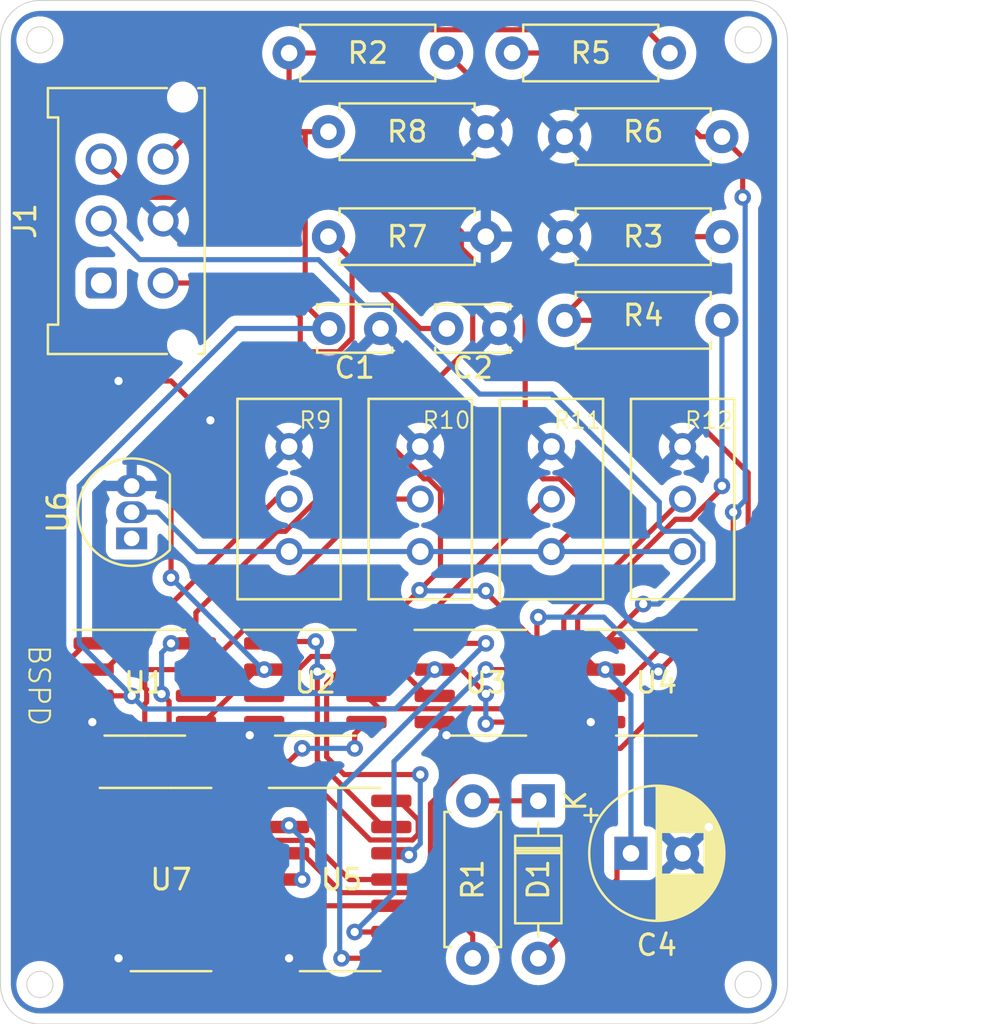
<source format=kicad_pcb>
(kicad_pcb (version 20221018) (generator pcbnew)
  (layers (0 "F.Cu" signal) (31 "B.Cu" signal) (34 "B.Paste" user) (35 "F.Paste" user) (36 "B.SilkS" user "B.Silkscreen") (37 "F.SilkS" user "F.Silkscreen") (38 "B.Mask" user) (39 "F.Mask" user) (44 "Edge.Cuts" user))
  (net 0 "")
  (net 1 "fault")
  (net 2 "Net-(D1-K)")
  (net 3 "12V")
  (net 4 "5V")
  (net 5 "GND")
  (net 6 "Net-(D1-A)")
  (net 7 "Net-(U4A-+)")
  (net 8 "brake")
  (net 9 "current")
  (net 10 "high_current")
  (net 11 "hard_brake")
  (net 12 "brake_short_ground")
  (net 13 "0.5V")
  (net 14 "4.5V")
  (net 15 "brake_short_power")
  (net 16 "current_short_ground")
  (net 17 "current_short_power")
  (net 18 "BSPD_signal")
  (net 19 "fault_1")
  (net 20 "Net-(U5-1B)")
  (net 21 "Net-(U5-2A)")
  (net 22 "Net-(U5-2B)")
  (net 23 "Net-(U7-1Y)")
  (net 31 "Net-(U1A--)")
  (net 32 "Net-(U1B--)")
  (footprint "Capacitor_THT:C_Disc_D3.4mm_W2.1mm_P2.50mm" (layer "F.Cu") (at 160.675 71.12)
    (fp_text reference "C1" (at 1.25 1.905) (layer "F.SilkS"))
    (fp_text value "0.1u")
    (pad "1" thru_hole circle (at 0 0) (size 1.6 1.6) (drill 0.8) (layers "*.Cu" "*.Mask") (net 9 "current"))
    (pad "2" thru_hole circle (at 2.5 0) (size 1.6 1.6) (drill 0.8) (layers "*.Cu" "*.Mask") (net 5 "GND"))
  )
  (footprint "Resistor_THT:R_Axial_DIN0207_L6.3mm_D2.5mm_P7.62mm_Horizontal" (layer "F.Cu") (at 169.545 57.785)
    (fp_text reference "R5" (at 3.81 0) (layer "F.SilkS"))
    (fp_text value "47k")
    (pad "1" thru_hole circle (at 0 0) (size 1.6 1.6) (drill 0.8) (layers "*.Cu" "*.Mask") (net 7 "Net-(U4A-+)"))
    (pad "2" thru_hole oval (at 7.62 0) (size 1.6 1.6) (drill 0.8) (layers "*.Cu" "*.Mask") (net 3 "12V"))
  )
  (footprint "Connector_Molex:Molex_Micro-Fit_3.0_43045-0612_2x03_P3.00mm_Vertical" (layer "F.Cu") (at 149.6538 68.9186 90)
    (fp_text reference "J1" (at 3 -3.67 90) (layer "F.SilkS"))
    (fp_text value "043045-0612")
    (pad "" np_thru_hole circle (at -3 3.94 90) (size 1 1) (drill 1) (layers "*.Cu" "*.Mask"))
    (pad "" np_thru_hole circle (at 9 3.94 90) (size 1 1) (drill 1) (layers "*.Cu" "*.Mask"))
    (pad "1" thru_hole roundrect (at 0 0 90) (size 1.5 1.5) (drill 1) (layers "*.Cu" "*.Mask") (roundrect_rratio 0.166667))
    (pad "2" thru_hole circle (at 3 0 90) (size 1.5 1.5) (drill 1) (layers "*.Cu" "*.Mask") (net 18 "BSPD_signal"))
    (pad "3" thru_hole circle (at 6 0 90) (size 1.5 1.5) (drill 1) (layers "*.Cu" "*.Mask") (net 9 "current"))
    (pad "4" thru_hole circle (at 0 3 90) (size 1.5 1.5) (drill 1) (layers "*.Cu" "*.Mask") (net 8 "brake"))
    (pad "5" thru_hole circle (at 3 3 90) (size 1.5 1.5) (drill 1) (layers "*.Cu" "*.Mask") (net 5 "GND"))
    (pad "6" thru_hole circle (at 6 3 90) (size 1.5 1.5) (drill 1) (layers "*.Cu" "*.Mask") (net 3 "12V"))
  )
  (footprint "Resistor_THT:R_Axial_DIN0207_L6.3mm_D2.5mm_P7.62mm_Horizontal" (layer "F.Cu") (at 158.75 57.785)
    (fp_text reference "R2" (at 3.81 0) (layer "F.SilkS"))
    (fp_text value "2.7k")
    (pad "1" thru_hole circle (at 0 0) (size 1.6 1.6) (drill 0.8) (layers "*.Cu" "*.Mask") (net 3 "12V"))
    (pad "2" thru_hole oval (at 7.62 0) (size 1.6 1.6) (drill 0.8) (layers "*.Cu" "*.Mask") (net 4 "5V"))
  )
  (footprint "Package_SO:SOIC-8_3.9x4.9mm_P1.27mm" (layer "F.Cu") (at 176.53 88.265)
    (fp_text reference "U4" (at 0 0) (layer "F.SilkS"))
    (fp_text value "LM358")
    (pad "1" smd roundrect (at -2.475 -1.905) (size 1.95 0.6) (layers "F.Cu" "F.Paste" "F.Mask") (net 18 "BSPD_signal"))
    (pad "2" smd roundrect (at -2.475 -0.635) (size 1.95 0.6) (layers "F.Cu" "F.Paste" "F.Mask") (net 6 "Net-(D1-A)"))
    (pad "3" smd roundrect (at -2.475 0.635) (size 1.95 0.6) (layers "F.Cu" "F.Paste" "F.Mask") (net 7 "Net-(U4A-+)"))
    (pad "4" smd roundrect (at -2.475 1.905) (size 1.95 0.6) (layers "F.Cu" "F.Paste" "F.Mask") (net 5 "GND"))
    (pad "5" smd roundrect (at 2.475 1.905) (size 1.95 0.6) (layers "F.Cu" "F.Paste" "F.Mask"))
    (pad "6" smd roundrect (at 2.475 0.635) (size 1.95 0.6) (layers "F.Cu" "F.Paste" "F.Mask"))
    (pad "7" smd roundrect (at 2.475 -0.635) (size 1.95 0.6) (layers "F.Cu" "F.Paste" "F.Mask"))
    (pad "8" smd roundrect (at 2.475 -1.905) (size 1.95 0.6) (layers "F.Cu" "F.Paste" "F.Mask") (net 3 "12V"))
  )
  (footprint "Capacitor_THT:C_Disc_D3.4mm_W2.1mm_P2.50mm" (layer "F.Cu") (at 166.39 71.12)
    (fp_text reference "C2" (at 1.25 1.905) (layer "F.SilkS"))
    (fp_text value "0.1u")
    (pad "1" thru_hole circle (at 0 0) (size 1.6 1.6) (drill 0.8) (layers "*.Cu" "*.Mask") (net 8 "brake"))
    (pad "2" thru_hole circle (at 2.5 0) (size 1.6 1.6) (drill 0.8) (layers "*.Cu" "*.Mask") (net 5 "GND"))
  )
  (footprint "Potentiometer_THT:Potentiometer_Vishay_T93YA103KT20" (layer "F.Cu") (at 165.1 79.375)
    (fp_text reference "R10" (at 1.27 -3.81 180) (layer "F.SilkS") (effects (font (size 0.8 0.8) (thickness 0.1))))
    (fp_text value "T93YA103KT20")
    (pad "A" thru_hole circle (at 0 -2.54) (size 1.308 1.308) (drill 0.8) (layers "*.Cu" "*.Mask") (net 5 "GND"))
    (pad "B" thru_hole circle (at 0 0) (size 1.308 1.308) (drill 0.8) (layers "*.Cu" "*.Mask") (net 32 "Net-(U1B--)"))
    (pad "C" thru_hole circle (at 0 2.54) (size 1.308 1.308) (drill 0.8) (layers "*.Cu" "*.Mask") (net 4 "5V"))
  )
  (footprint "Resistor_THT:R_Axial_DIN0207_L6.3mm_D2.5mm_P7.62mm_Horizontal" (layer "F.Cu") (at 167.64 101.6 90)
    (fp_text reference "R1" (at 3.81 0 90) (layer "F.SilkS"))
    (fp_text value "1k")
    (pad "1" thru_hole circle (at 0 0 90) (size 1.6 1.6) (drill 0.8) (layers "*.Cu" "*.Mask") (net 1 "fault"))
    (pad "2" thru_hole oval (at 7.62 0 90) (size 1.6 1.6) (drill 0.8) (layers "*.Cu" "*.Mask") (net 2 "Net-(D1-K)"))
  )
  (footprint "Package_SO:SOIC-8_3.9x4.9mm_P1.27mm" (layer "F.Cu") (at 160.02 88.265)
    (fp_text reference "U2" (at 0 0) (layer "F.SilkS"))
    (fp_text value "LM358")
    (pad "1" smd roundrect (at -2.475 -1.905) (size 1.95 0.6) (layers "F.Cu" "F.Paste" "F.Mask") (net 12 "brake_short_ground"))
    (pad "2" smd roundrect (at -2.475 -0.635) (size 1.95 0.6) (layers "F.Cu" "F.Paste" "F.Mask") (net 8 "brake"))
    (pad "3" smd roundrect (at -2.475 0.635) (size 1.95 0.6) (layers "F.Cu" "F.Paste" "F.Mask") (net 13 "0.5V"))
    (pad "4" smd roundrect (at -2.475 1.905) (size 1.95 0.6) (layers "F.Cu" "F.Paste" "F.Mask") (net 5 "GND"))
    (pad "5" smd roundrect (at 2.475 1.905) (size 1.95 0.6) (layers "F.Cu" "F.Paste" "F.Mask") (net 8 "brake"))
    (pad "6" smd roundrect (at 2.475 0.635) (size 1.95 0.6) (layers "F.Cu" "F.Paste" "F.Mask") (net 14 "4.5V"))
    (pad "7" smd roundrect (at 2.475 -0.635) (size 1.95 0.6) (layers "F.Cu" "F.Paste" "F.Mask") (net 15 "brake_short_power"))
    (pad "8" smd roundrect (at 2.475 -1.905) (size 1.95 0.6) (layers "F.Cu" "F.Paste" "F.Mask") (net 3 "12V"))
  )
  (footprint "Resistor_THT:R_Axial_DIN0207_L6.3mm_D2.5mm_P7.62mm_Horizontal" (layer "F.Cu") (at 160.655 66.675)
    (fp_text reference "R7" (at 3.81 0) (layer "F.SilkS"))
    (fp_text value "10k")
    (pad "1" thru_hole circle (at 0 0) (size 1.6 1.6) (drill 0.8) (layers "*.Cu" "*.Mask") (net 8 "brake"))
    (pad "2" thru_hole oval (at 7.62 0) (size 1.6 1.6) (drill 0.8) (layers "*.Cu" "*.Mask") (net 5 "GND"))
  )
  (footprint "Resistor_THT:R_Axial_DIN0207_L6.3mm_D2.5mm_P7.62mm_Horizontal" (layer "F.Cu") (at 168.275 61.595 180)
    (fp_text reference "R8" (at 3.81 0) (layer "F.SilkS"))
    (fp_text value "10k")
    (pad "1" thru_hole circle (at 0 0 180) (size 1.6 1.6) (drill 0.8) (layers "*.Cu" "*.Mask") (net 5 "GND"))
    (pad "2" thru_hole oval (at 7.62 0 180) (size 1.6 1.6) (drill 0.8) (layers "*.Cu" "*.Mask") (net 9 "current"))
  )
  (footprint "Resistor_THT:R_Axial_DIN0207_L6.3mm_D2.5mm_P7.62mm_Horizontal" (layer "F.Cu") (at 172.085 66.675)
    (fp_text reference "R3" (at 3.81 0) (layer "F.SilkS"))
    (fp_text value "5k")
    (pad "1" thru_hole circle (at 0 0) (size 1.6 1.6) (drill 0.8) (layers "*.Cu" "*.Mask") (net 5 "GND"))
    (pad "2" thru_hole oval (at 7.62 0) (size 1.6 1.6) (drill 0.8) (layers "*.Cu" "*.Mask") (net 1 "fault"))
  )
  (footprint "Diode_THT:D_DO-35_SOD27_P7.62mm_Horizontal" (layer "F.Cu") (at 170.815 93.98 -90)
    (fp_text reference "D1" (at 3.81 0 90) (layer "F.SilkS"))
    (fp_text value "1N4148")
    (fp_text user "K" (at 0 -1.8 90) (layer "F.SilkS"))
    (pad "1" thru_hole rect (at 0 0 270) (size 1.6 1.6) (drill 0.8) (layers "*.Cu" "*.Mask") (net 2 "Net-(D1-K)"))
    (pad "2" thru_hole oval (at 7.62 0 270) (size 1.6 1.6) (drill 0.8) (layers "*.Cu" "*.Mask") (net 6 "Net-(D1-A)"))
  )
  (footprint "Package_SO:SOIC-14_3.9x8.7mm_P1.27mm" (layer "F.Cu") (at 161.225 97.79)
    (fp_text reference "U5" (at 0.065 0) (layer "F.SilkS"))
    (fp_text value "HEF4071B (OR)")
    (pad "1" smd roundrect (at -2.475 -3.81) (size 1.95 0.6) (layers "F.Cu" "F.Paste" "F.Mask") (net 19 "fault_1"))
    (pad "2" smd roundrect (at -2.475 -2.54) (size 1.95 0.6) (layers "F.Cu" "F.Paste" "F.Mask") (net 20 "Net-(U5-1B)"))
    (pad "3" smd roundrect (at -2.475 -1.27) (size 1.95 0.6) (layers "F.Cu" "F.Paste" "F.Mask") (net 1 "fault"))
    (pad "4" smd roundrect (at -2.475 0) (size 1.95 0.6) (layers "F.Cu" "F.Paste" "F.Mask") (net 20 "Net-(U5-1B)"))
    (pad "5" smd roundrect (at -2.475 1.27) (size 1.95 0.6) (layers "F.Cu" "F.Paste" "F.Mask") (net 21 "Net-(U5-2A)"))
    (pad "6" smd roundrect (at -2.475 2.54) (size 1.95 0.6) (layers "F.Cu" "F.Paste" "F.Mask") (net 22 "Net-(U5-2B)"))
    (pad "7" smd roundrect (at -2.475 3.81) (size 1.95 0.6) (layers "F.Cu" "F.Paste" "F.Mask") (net 5 "GND"))
    (pad "8" smd roundrect (at 2.475 3.81) (size 1.95 0.6) (layers "F.Cu" "F.Paste" "F.Mask") (net 16 "current_short_ground"))
    (pad "9" smd roundrect (at 2.475 2.54) (size 1.95 0.6) (layers "F.Cu" "F.Paste" "F.Mask") (net 17 "current_short_power"))
    (pad "10" smd roundrect (at 2.475 1.27) (size 1.95 0.6) (layers "F.Cu" "F.Paste" "F.Mask") (net 21 "Net-(U5-2A)"))
    (pad "11" smd roundrect (at 2.475 0) (size 1.95 0.6) (layers "F.Cu" "F.Paste" "F.Mask") (net 22 "Net-(U5-2B)"))
    (pad "12" smd roundrect (at 2.475 -1.27) (size 1.95 0.6) (layers "F.Cu" "F.Paste" "F.Mask") (net 15 "brake_short_power"))
    (pad "13" smd roundrect (at 2.475 -2.54) (size 1.95 0.6) (layers "F.Cu" "F.Paste" "F.Mask") (net 12 "brake_short_ground"))
    (pad "14" smd roundrect (at 2.475 -3.81) (size 1.95 0.6) (layers "F.Cu" "F.Paste" "F.Mask") (net 3 "12V"))
  )
  (footprint "Potentiometer_THT:Potentiometer_Vishay_T93YA103KT20" (layer "F.Cu") (at 177.8 79.375)
    (fp_text reference "R12" (at 1.27 -3.81 180) (layer "F.SilkS") (effects (font (size 0.8 0.8) (thickness 0.1))))
    (fp_text value "T93YA103KT20")
    (pad "A" thru_hole circle (at 0 -2.54) (size 1.308 1.308) (drill 0.8) (layers "*.Cu" "*.Mask") (net 5 "GND"))
    (pad "B" thru_hole circle (at 0 0) (size 1.308 1.308) (drill 0.8) (layers "*.Cu" "*.Mask") (net 14 "4.5V"))
    (pad "C" thru_hole circle (at 0 2.54) (size 1.308 1.308) (drill 0.8) (layers "*.Cu" "*.Mask") (net 4 "5V"))
  )
  (footprint "Package_TO_SOT_THT:TO-92_Inline" (layer "F.Cu") (at 151.13 81.28 90)
    (fp_text reference "U6" (at 1.27 -3.56 90) (layer "F.SilkS"))
    (fp_text value "LM4040LP-5")
    (pad "1" thru_hole rect (at 0 0 90) (size 1.05 1.5) (drill 0.75) (layers "*.Cu" "*.Mask"))
    (pad "2" thru_hole oval (at 1.27 0 90) (size 1.05 1.5) (drill 0.75) (layers "*.Cu" "*.Mask") (net 4 "5V"))
    (pad "3" thru_hole oval (at 2.54 0 90) (size 1.05 1.5) (drill 0.75) (layers "*.Cu" "*.Mask") (net 5 "GND"))
  )
  (footprint "Package_SO:SOIC-8_3.9x4.9mm_P1.27mm" (layer "F.Cu") (at 168.275 88.265)
    (fp_text reference "U3" (at 0 0) (layer "F.SilkS"))
    (fp_text value "LM358")
    (pad "1" smd roundrect (at -2.475 -1.905) (size 1.95 0.6) (layers "F.Cu" "F.Paste" "F.Mask") (net 16 "current_short_ground"))
    (pad "2" smd roundrect (at -2.475 -0.635) (size 1.95 0.6) (layers "F.Cu" "F.Paste" "F.Mask") (net 9 "current"))
    (pad "3" smd roundrect (at -2.475 0.635) (size 1.95 0.6) (layers "F.Cu" "F.Paste" "F.Mask") (net 13 "0.5V"))
    (pad "4" smd roundrect (at -2.475 1.905) (size 1.95 0.6) (layers "F.Cu" "F.Paste" "F.Mask") (net 5 "GND"))
    (pad "5" smd roundrect (at 2.475 1.905) (size 1.95 0.6) (layers "F.Cu" "F.Paste" "F.Mask") (net 9 "current"))
    (pad "6" smd roundrect (at 2.475 0.635) (size 1.95 0.6) (layers "F.Cu" "F.Paste" "F.Mask") (net 14 "4.5V"))
    (pad "7" smd roundrect (at 2.475 -0.635) (size 1.95 0.6) (layers "F.Cu" "F.Paste" "F.Mask") (net 17 "current_short_power"))
    (pad "8" smd roundrect (at 2.475 -1.905) (size 1.95 0.6) (layers "F.Cu" "F.Paste" "F.Mask") (net 3 "12V"))
  )
  (footprint "Package_SO:SOIC-14_3.9x8.7mm_P1.27mm" (layer "F.Cu") (at 153.035 97.79)
    (fp_text reference "U7" (at 0 0) (layer "F.SilkS"))
    (fp_text value "HEF4011B (NAND)")
    (pad "1" smd roundrect (at -2.475 -3.81) (size 1.95 0.6) (layers "F.Cu" "F.Paste" "F.Mask") (net 10 "high_current"))
    (pad "2" smd roundrect (at -2.475 -2.54) (size 1.95 0.6) (layers "F.Cu" "F.Paste" "F.Mask") (net 11 "hard_brake"))
    (pad "3" smd roundrect (at -2.475 -1.27) (size 1.95 0.6) (layers "F.Cu" "F.Paste" "F.Mask") (net 23 "Net-(U7-1Y)"))
    (pad "4" smd roundrect (at -2.475 0) (size 1.95 0.6) (layers "F.Cu" "F.Paste" "F.Mask") (net 19 "fault_1"))
    (pad "5" smd roundrect (at -2.475 1.27) (size 1.95 0.6) (layers "F.Cu" "F.Paste" "F.Mask") (net 23 "Net-(U7-1Y)"))
    (pad "6" smd roundrect (at -2.475 2.54) (size 1.95 0.6) (layers "F.Cu" "F.Paste" "F.Mask") (net 3 "12V"))
    (pad "7" smd roundrect (at -2.475 3.81) (size 1.95 0.6) (layers "F.Cu" "F.Paste" "F.Mask") (net 5 "GND"))
    (pad "8" smd roundrect (at 2.475 3.81) (size 1.95 0.6) (layers "F.Cu" "F.Paste" "F.Mask"))
    (pad "9" smd roundrect (at 2.475 2.54) (size 1.95 0.6) (layers "F.Cu" "F.Paste" "F.Mask"))
    (pad "10" smd roundrect (at 2.475 1.27) (size 1.95 0.6) (layers "F.Cu" "F.Paste" "F.Mask"))
    (pad "11" smd roundrect (at 2.475 0) (size 1.95 0.6) (layers "F.Cu" "F.Paste" "F.Mask"))
    (pad "12" smd roundrect (at 2.475 -1.27) (size 1.95 0.6) (layers "F.Cu" "F.Paste" "F.Mask"))
    (pad "13" smd roundrect (at 2.475 -2.54) (size 1.95 0.6) (layers "F.Cu" "F.Paste" "F.Mask"))
    (pad "14" smd roundrect (at 2.475 -3.81) (size 1.95 0.6) (layers "F.Cu" "F.Paste" "F.Mask") (net 3 "12V"))
  )
  (footprint "Potentiometer_THT:Potentiometer_Vishay_T93YA103KT20" (layer "F.Cu") (at 171.45 79.375)
    (fp_text reference "R11" (at 1.27 -3.81 180) (layer "F.SilkS") (effects (font (size 0.8 0.8) (thickness 0.1))))
    (fp_text value "T93YA103KT20")
    (pad "A" thru_hole circle (at 0 -2.54) (size 1.308 1.308) (drill 0.8) (layers "*.Cu" "*.Mask") (net 5 "GND"))
    (pad "B" thru_hole circle (at 0 0) (size 1.308 1.308) (drill 0.8) (layers "*.Cu" "*.Mask") (net 13 "0.5V"))
    (pad "C" thru_hole circle (at 0 2.54) (size 1.308 1.308) (drill 0.8) (layers "*.Cu" "*.Mask") (net 4 "5V"))
  )
  (footprint "Potentiometer_THT:Potentiometer_Vishay_T93YA103KT20" (layer "F.Cu") (at 158.75 79.375)
    (fp_text reference "R9" (at 1.27 -3.81 180) (layer "F.SilkS") (effects (font (size 0.8 0.8) (thickness 0.1))))
    (fp_text value "T93YA103KT20")
    (pad "A" thru_hole circle (at 0 -2.54) (size 1.308 1.308) (drill 0.8) (layers "*.Cu" "*.Mask") (net 5 "GND"))
    (pad "B" thru_hole circle (at 0 0) (size 1.308 1.308) (drill 0.8) (layers "*.Cu" "*.Mask") (net 31 "Net-(U1A--)"))
    (pad "C" thru_hole circle (at 0 2.54) (size 1.308 1.308) (drill 0.8) (layers "*.Cu" "*.Mask") (net 4 "5V"))
  )
  (footprint "Resistor_THT:R_Axial_DIN0207_L6.3mm_D2.5mm_P7.62mm_Horizontal" (layer "F.Cu") (at 172.085 61.835)
    (fp_text reference "R6" (at 3.81 -0.24) (layer "F.SilkS"))
    (fp_text value "47k")
    (pad "1" thru_hole circle (at 0 0) (size 1.6 1.6) (drill 0.8) (layers "*.Cu" "*.Mask") (net 5 "GND"))
    (pad "2" thru_hole oval (at 7.62 0) (size 1.6 1.6) (drill 0.8) (layers "*.Cu" "*.Mask") (net 7 "Net-(U4A-+)"))
  )
  (footprint "Package_SO:SOIC-8_3.9x4.9mm_P1.27mm" (layer "F.Cu") (at 151.765 88.265)
    (fp_text reference "U1" (at 0 0) (layer "F.SilkS"))
    (fp_text value "LM358")
    (pad "1" smd roundrect (at -2.475 -1.905) (size 1.95 0.6) (layers "F.Cu" "F.Paste" "F.Mask") (net 10 "high_current"))
    (pad "2" smd roundrect (at -2.475 -0.635) (size 1.95 0.6) (layers "F.Cu" "F.Paste" "F.Mask") (net 31 "Net-(U1A--)"))
    (pad "3" smd roundrect (at -2.475 0.635) (size 1.95 0.6) (layers "F.Cu" "F.Paste" "F.Mask") (net 9 "current"))
    (pad "4" smd roundrect (at -2.475 1.905) (size 1.95 0.6) (layers "F.Cu" "F.Paste" "F.Mask") (net 5 "GND"))
    (pad "5" smd roundrect (at 2.475 1.905) (size 1.95 0.6) (layers "F.Cu" "F.Paste" "F.Mask") (net 8 "brake"))
    (pad "6" smd roundrect (at 2.475 0.635) (size 1.95 0.6) (layers "F.Cu" "F.Paste" "F.Mask") (net 32 "Net-(U1B--)"))
    (pad "7" smd roundrect (at 2.475 -0.635) (size 1.95 0.6) (layers "F.Cu" "F.Paste" "F.Mask") (net 11 "hard_brake"))
    (pad "8" smd roundrect (at 2.475 -1.905) (size 1.95 0.6) (layers "F.Cu" "F.Paste" "F.Mask") (net 3 "12V"))
  )
  (footprint "Capacitor_THT:CP_Radial_D6.3mm_P2.50mm" (layer "F.Cu") (at 175.3 96.52)
    (fp_text reference "C4" (at 1.25 4.445) (layer "F.SilkS"))
    (fp_text value "12u")
    (pad "1" thru_hole rect (at 0 0) (size 1.6 1.6) (drill 0.8) (layers "*.Cu" "*.Mask") (net 6 "Net-(D1-A)"))
    (pad "2" thru_hole circle (at 2.5 0) (size 1.6 1.6) (drill 0.8) (layers "*.Cu" "*.Mask") (net 5 "GND"))
  )
  (footprint "Resistor_THT:R_Axial_DIN0207_L6.3mm_D2.5mm_P7.62mm_Horizontal" (layer "F.Cu") (at 172.085 70.725)
    (fp_text reference "R4" (at 3.81 -0.24) (layer "F.SilkS"))
    (fp_text value "50k")
    (pad "1" thru_hole circle (at 0 0) (size 1.6 1.6) (drill 0.8) (layers "*.Cu" "*.Mask") (net 1 "fault"))
    (pad "2" thru_hole oval (at 7.62 0) (size 1.6 1.6) (drill 0.8) (layers "*.Cu" "*.Mask") (net 6 "Net-(D1-A)"))
  )
  (gr_circle (center 146.685 57.15) (end 147.32 57.15) (stroke (width 0.05)) (fill none) (layer "Edge.Cuts"))
  (gr_arc (start 144.78 57.15) (mid 145.337962 55.802962) (end 146.685 55.245) (stroke (width 0.05)) (layer "Edge.Cuts"))
  (gr_line (start 182.88 102.87) (end 182.88 57.15) (stroke (width 0.05)) (layer "Edge.Cuts"))
  (gr_arc (start 182.88 102.87) (mid 182.322038 104.217038) (end 180.975 104.775) (stroke (width 0.05)) (layer "Edge.Cuts"))
  (gr_circle (center 180.975 57.15) (end 181.61 57.15) (stroke (width 0.05)) (fill none) (layer "Edge.Cuts"))
  (gr_arc (start 146.685 104.775) (mid 145.337962 104.217038) (end 144.78 102.87) (stroke (width 0.05)) (layer "Edge.Cuts"))
  (gr_circle (center 180.975 102.87) (end 181.61 102.87) (stroke (width 0.05)) (fill none) (layer "Edge.Cuts"))
  (gr_line (start 146.685 104.775) (end 180.975 104.775) (stroke (width 0.05)) (layer "Edge.Cuts"))
  (gr_line (start 144.78 57.15) (end 144.78 102.87) (stroke (width 0.05)) (layer "Edge.Cuts"))
  (gr_line (start 180.975 55.245) (end 146.685 55.245) (stroke (width 0.05)) (layer "Edge.Cuts"))
  (gr_arc (start 180.975 55.245) (mid 182.322038 55.802962) (end 182.88 57.15) (stroke (width 0.05)) (layer "Edge.Cuts"))
  (gr_circle (center 146.685 102.87) (end 147.32 102.87) (stroke (width 0.05)) (fill none) (layer "Edge.Cuts"))
  (gr_text "BSPD" (at 146.05 86.36 -90) (layer "F.SilkS") (effects (font (size 1 1) (thickness 0.1)) (justify left bottom)))
  (segment (start 165.59637 94.11863) (end 168.275 91.44) (width 0.25) (layer "F.Cu") (net 1))
  (segment (start 180.975 87.306751) (end 180.975 78.105) (width 0.25) (layer "F.Cu") (net 1))
  (segment (start 167.64 101.6) (end 167.64 100.46863) (width 0.25) (layer "F.Cu") (net 1))
  (segment (start 175.895 66.675) (end 179.705 66.675) (width 0.25) (layer "F.Cu") (net 1))
  (segment (start 180.975 78.105) (end 173.595 70.725) (width 0.25) (layer "F.Cu") (net 1))
  (segment (start 172.085 70.725) (end 172.085 70.485) (width 0.25) (layer "F.Cu") (net 1))
  (segment (start 159.385 96.52) (end 158.75 96.52) (width 0.25) (layer "F.Cu") (net 1))
  (segment (start 173.595 70.725) (end 172.085 70.725) (width 0.25) (layer "F.Cu") (net 1))
  (segment (start 174.798249 91.44) (end 177.983249 88.255) (width 0.25) (layer "F.Cu") (net 1))
  (segment (start 172.085 70.485) (end 175.895 66.675) (width 0.25) (layer "F.Cu") (net 1))
  (segment (start 167.64 100.46863) (end 165.59637 98.425) (width 0.25) (layer "F.Cu") (net 1))
  (segment (start 161.29 98.425) (end 159.385 96.52) (width 0.25) (layer "F.Cu") (net 1))
  (segment (start 165.59637 98.425) (end 161.29 98.425) (width 0.25) (layer "F.Cu") (net 1))
  (segment (start 177.983249 88.255) (end 180.026751 88.255) (width 0.25) (layer "F.Cu") (net 1))
  (segment (start 168.275 91.44) (end 174.798249 91.44) (width 0.25) (layer "F.Cu") (net 1))
  (segment (start 180.026751 88.255) (end 180.975 87.306751) (width 0.25) (layer "F.Cu") (net 1))
  (segment (start 165.59637 98.425) (end 165.59637 94.11863) (width 0.25) (layer "F.Cu") (net 1))
  (segment (start 167.64 93.98) (end 170.815 93.98) (width 0.25) (layer "F.Cu") (net 2))
  (segment (start 152.94 89.171) (end 152.94 92.615) (width 0.25) (layer "F.Cu") (net 3))
  (segment (start 165.505516 78.396) (end 165.276484 78.396) (width 0.25) (layer "F.Cu") (net 3))
  (segment (start 152.6538 62.9186) (end 154.3974 61.175) (width 0.25) (layer "F.Cu") (net 3))
  (segment (start 167.089505 66.438514) (end 163.83 63.179009) (width 0.25) (layer "F.Cu") (net 3))
  (segment (start 170.75 86.36) (end 170.75 85.155) (width 0.25) (layer "F.Cu") (net 3))
  (segment (start 167.089505 67.225495) (end 167.089505 66.438514) (width 0.25) (layer "F.Cu") (net 3))
  (segment (start 152.39 95.895) (end 154.305 93.98) (width 0.25) (layer "F.Cu") (net 3))
  (segment (start 164.076751 93.98) (end 163.7 93.98) (width 0.25) (layer "F.Cu") (net 3))
  (segment (start 158.573516 80.936) (end 163.252258 76.257258) (width 0.25) (layer "F.Cu") (net 3))
  (segment (start 163.83 56.66) (end 161.78 56.66) (width 0.25) (layer "F.Cu") (net 3))
  (segment (start 167.64 67.775991) (end 167.089505 67.225495) (width 0.25) (layer "F.Cu") (net 3))
  (segment (start 162.678249 95.875) (end 164.721751 95.875) (width 0.25) (layer "F.Cu") (net 3))
  (segment (start 168.275 83.885) (end 168.275 83.82) (width 0.25) (layer "F.Cu") (net 3))
  (segment (start 165 95.596751) (end 165 94.903249) (width 0.25) (layer "F.Cu") (net 3))
  (segment (start 176.628175 87.728175) (end 177.99635 86.36) (width 0.25) (layer "F.Cu") (net 3))
  (segment (start 160.158249 93.355) (end 162.678249 95.875) (width 0.25) (layer "F.Cu") (net 3))
  (segment (start 153.035 86.36) (end 154.24 86.36) (width 0.25) (layer "F.Cu") (net 3))
  (segment (start 152.5795 88.8105) (end 152.94 89.171) (width 0.25) (layer "F.Cu") (net 3))
  (segment (start 165.0675 83.7875) (end 166.079 82.776) (width 0.25) (layer "F.Cu") (net 3))
  (segment (start 170.75 85.155) (end 170.815 85.09) (width 0.25) (layer "F.Cu") (net 3))
  (segment (start 148.333249 95.895) (end 152.39 95.895) (width 0.25) (layer "F.Cu") (net 3))
  (segment (start 163.252258 76.257258) (end 167.64 71.869516) (width 0.25) (layer "F.Cu") (net 3))
  (segment (start 165.276484 78.396) (end 163.252258 76.371774) (width 0.25) (layer "F.Cu") (net 3))
  (segment (start 158.168 80.936) (end 158.573516 80.936) (width 0.25) (layer "F.Cu") (net 3))
  (segment (start 148.14 96.088249) (end 148.333249 95.895) (width 0.25) (layer "F.Cu") (net 3))
  (segment (start 154.24 84.864) (end 158.168 80.936) (width 0.25) (layer "F.Cu") (net 3))
  (segment (start 177.99635 86.36) (end 179.005 86.36) (width 0.25) (layer "F.Cu") (net 3))
  (segment (start 160.655 57.785) (end 161.78 56.66) (width 0.25) (layer "F.Cu") (net 3))
  (segment (start 158.75 60.365) (end 158.75 57.785) (width 0.25) (layer "F.Cu") (net 3))
  (segment (start 154.305 93.98) (end 154.93 93.355) (width 0.25) (layer "F.Cu") (net 3))
  (segment (start 158.75 57.785) (end 160.655 57.785) (width 0.25) (layer "F.Cu") (net 3))
  (segment (start 167.64 71.869516) (end 167.64 67.775991) (width 0.25) (layer "F.Cu") (net 3))
  (segment (start 152.94 92.615) (end 154.305 93.98) (width 0.25) (layer "F.Cu") (net 3))
  (segment (start 165 94.903249) (end 164.076751 93.98) (width 0.25) (layer "F.Cu") (net 3))
  (segment (start 166.079 82.776) (end 166.079 78.969484) (width 0.25) (layer "F.Cu") (net 3))
  (segment (start 154.93 93.355) (end 160.158249 93.355) (width 0.25) (layer "F.Cu") (net 3))
  (segment (start 154.24 86.36) (end 154.24 84.864) (width 0.25) (layer "F.Cu") (net 3))
  (segment (start 148.978249 100.33) (end 148.14 99.491751) (width 0.25) (layer "F.Cu") (net 3))
  (segment (start 163.83 63.179009) (end 163.83 56.66) (width 0.25) (layer "F.Cu") (net 3))
  (segment (start 170.75 86.36) (end 168.275 83.885) (width 0.25) (layer "F.Cu") (net 3))
  (segment (start 176.04 56.66) (end 163.83 56.66) (width 0.25) (layer "F.Cu") (net 3))
  (segment (start 162.495 86.36) (end 165.0675 83.7875) (width 0.25) (layer "F.Cu") (net 3))
  (segment (start 154.3974 61.175) (end 157.94 61.175) (width 0.25) (layer "F.Cu") (net 3))
  (segment (start 164.721751 95.875) (end 165 95.596751) (width 0.25) (layer "F.Cu") (net 3))
  (segment (start 177.165 57.785) (end 176.04 56.66) (width 0.25) (layer "F.Cu") (net 3))
  (segment (start 148.14 99.491751) (end 148.14 96.088249) (width 0.25) (layer "F.Cu") (net 3))
  (segment (start 157.94 61.175) (end 158.75 60.365) (width 0.25) (layer "F.Cu") (net 3))
  (segment (start 166.079 78.969484) (end 165.505516 78.396) (width 0.25) (layer "F.Cu") (net 3))
  (segment (start 150.56 100.33) (end 148.978249 100.33) (width 0.25) (layer "F.Cu") (net 3))
  (segment (start 163.252258 76.371774) (end 163.252258 76.257258) (width 0.25) (layer "F.Cu") (net 3))
  (via (at 176.628175 87.728175) (size 0.8) (drill 0.4) (layers "F.Cu" "B.Cu") (net 3))
  (via (at 152.5795 88.8105) (size 0.8) (drill 0.4) (layers "F.Cu" "B.Cu") (net 3))
  (via (at 170.815 85.09) (size 0.8) (drill 0.4) (layers "F.Cu" "B.Cu") (net 3))
  (via (at 168.275 83.82) (size 0.8) (drill 0.4) (layers "F.Cu" "B.Cu") (net 3))
  (via (at 153.035 86.36) (size 0.8) (drill 0.4) (layers "F.Cu" "B.Cu") (net 3))
  (via (at 165.0675 83.7875) (size 0.8) (drill 0.4) (layers "F.Cu" "B.Cu") (net 3))
  (segment (start 153.035 86.36) (end 152.5795 86.8155) (width 0.25) (layer "B.Cu") (net 3))
  (segment (start 152.5795 86.8155) (end 152.5795 88.8105) (width 0.25) (layer "B.Cu") (net 3))
  (segment (start 168.275 83.82) (end 165.1 83.82) (width 0.25) (layer "B.Cu") (net 3))
  (segment (start 173.99 85.09) (end 176.628175 87.728175) (width 0.25) (layer "B.Cu") (net 3))
  (segment (start 165.1 83.82) (end 165.0675 83.7875) (width 0.25) (layer "B.Cu") (net 3))
  (segment (start 170.815 85.09) (end 173.99 85.09) (width 0.25) (layer "B.Cu") (net 3))
  (segment (start 171.855516 78.396) (end 172.72 79.260484) (width 0.25) (layer "F.Cu") (net 4))
  (segment (start 170.18 61.595) (end 170.18 77.531516) (width 0.25) (layer "F.Cu") (net 4))
  (segment (start 171.044484 78.396) (end 171.855516 78.396) (width 0.25) (layer "F.Cu") (net 4))
  (segment (start 170.18 77.531516) (end 171.044484 78.396) (width 0.25) (layer "F.Cu") (net 4))
  (segment (start 166.37 57.785) (end 170.18 61.595) (width 0.25) (layer "F.Cu") (net 4))
  (segment (start 172.72 80.645) (end 171.45 81.915) (width 0.25) (layer "F.Cu") (net 4))
  (segment (start 172.72 79.260484) (end 172.72 80.645) (width 0.25) (layer "F.Cu") (net 4))
  (segment (start 151.13 80.01) (end 152.4 80.01) (width 0.25) (layer "B.Cu") (net 4))
  (segment (start 158.75 81.915) (end 154.305 81.915) (width 0.25) (layer "B.Cu") (net 4))
  (segment (start 165.1 81.915) (end 171.45 81.915) (width 0.25) (layer "B.Cu") (net 4))
  (segment (start 171.45 81.915) (end 177.8 81.915) (width 0.25) (layer "B.Cu") (net 4))
  (segment (start 152.4 80.01) (end 154.305 81.915) (width 0.25) (layer "B.Cu") (net 4))
  (segment (start 158.75 81.915) (end 165.1 81.915) (width 0.25) (layer "B.Cu") (net 4))
  (segment (start 179.07 95.25) (end 177.8 96.52) (width 0.25) (layer "F.Cu") (net 5))
  (segment (start 150.495 73.66) (end 153.035 73.66) (width 0.25) (layer "F.Cu") (net 5))
  (segment (start 156.91 90.805) (end 157.545 90.17) (width 0.25) (layer "F.Cu") (net 5))
  (segment (start 166.37 90.74) (end 165.8 90.17) (width 0.25) (layer "F.Cu") (net 5))
  (segment (start 156.845 90.805) (end 156.91 90.805) (width 0.25) (layer "F.Cu") (net 5))
  (segment (start 166.37 90.805) (end 166.37 90.74) (width 0.25) (layer "F.Cu") (net 5))
  (segment (start 153.035 73.66) (end 154.94 75.565) (width 0.25) (layer "F.Cu") (net 5))
  (via (at 150.495 73.66) (size 0.8) (drill 0.4) (layers "F.Cu" "B.Cu") (net 5))
  (via (at 150.495 101.6) (size 0.8) (drill 0.4) (layers "F.Cu" "B.Cu") (net 5))
  (via (at 179.07 95.25) (size 0.8) (drill 0.4) (layers "F.Cu" "B.Cu") (net 5))
  (via (at 149.225 90.17) (size 0.8) (drill 0.4) (layers "F.Cu" "B.Cu") (net 5))
  (via (at 154.94 75.565) (size 0.8) (drill 0.4) (layers "F.Cu" "B.Cu") (net 5))
  (via (at 173.355 90.17) (size 0.8) (drill 0.4) (layers "F.Cu" "B.Cu") (net 5))
  (via (at 156.845 90.805) (size 0.8) (drill 0.4) (layers "F.Cu" "B.Cu") (net 5))
  (via (at 166.37 90.805) (size 0.8) (drill 0.4) (layers "F.Cu" "B.Cu") (net 5))
  (via (at 158.75 101.6) (size 0.8) (drill 0.4) (layers "F.Cu" "B.Cu") (net 5))
  (segment (start 170.815 101.6) (end 174.625 97.79) (width 0.25) (layer "F.Cu") (net 6))
  (segment (start 174.625 97.79) (end 174.625 97.195) (width 0.25) (layer "F.Cu") (net 6))
  (segment (start 174.625 97.195) (end 175.3 96.52) (width 0.25) (layer "F.Cu") (net 6))
  (segment (start 172.72 86.671751) (end 173.678249 87.63) (width 0.25) (layer "F.Cu") (net 6))
  (segment (start 177.457396 80.354) (end 172.72 85.091396) (width 0.25) (layer "F.Cu") (net 6))
  (segment (start 179.705 78.854516) (end 178.205516 80.354) (width 0.25) (layer "F.Cu") (net 6))
  (segment (start 179.705 78.74) (end 179.705 78.854516) (width 0.25) (layer "F.Cu") (net 6))
  (segment (start 173.678249 87.63) (end 174.055 87.63) (width 0.25) (layer "F.Cu") (net 6))
  (segment (start 172.72 85.091396) (end 172.72 86.671751) (width 0.25) (layer "F.Cu") (net 6))
  (segment (start 178.205516 80.354) (end 177.457396 80.354) (width 0.25) (layer "F.Cu") (net 6))
  (via (at 174.055 87.63) (size 0.8) (drill 0.4) (layers "F.Cu" "B.Cu") (net 6))
  (via (at 179.705 78.74) (size 0.8) (drill 0.4) (layers "F.Cu" "B.Cu") (net 6))
  (segment (start 179.705 70.725) (end 179.705 78.74) (width 0.25) (layer "B.Cu") (net 6))
  (segment (start 175.3 88.875) (end 175.3 96.52) (width 0.25) (layer "B.Cu") (net 6))
  (segment (start 175.3 88.875) (end 174.055 87.63) (width 0.25) (layer "B.Cu") (net 6))
  (segment (start 179.705 61.835) (end 178.675 61.835) (width 0.25) (layer "F.Cu") (net 7))
  (segment (start 178.675 61.835) (end 174.625 57.785) (width 0.25) (layer "F.Cu") (net 7))
  (segment (start 180.7105 63.0795) (end 180.83 62.96) (width 0.25) (layer "F.Cu") (net 7))
  (segment (start 174.431751 88.9) (end 180.195 83.136751) (width 0.25) (layer "F.Cu") (net 7))
  (segment (start 180.195 83.136751) (end 180.2505 83.081251) (width 0.25) (layer "F.Cu") (net 7))
  (segment (start 180.83 62.96) (end 179.705 61.835) (width 0.25) (layer "F.Cu") (net 7))
  (segment (start 174.055 88.9) (end 174.431751 88.9) (width 0.25) (layer "F.Cu") (net 7))
  (segment (start 174.625 57.785) (end 169.545 57.785) (width 0.25) (layer "F.Cu") (net 7))
  (segment (start 180.7105 64.77) (end 180.7105 63.0795) (width 0.25) (layer "F.Cu") (net 7))
  (segment (start 180.2505 83.081251) (end 180.2505 80.01) (width 0.25) (layer "F.Cu") (net 7))
  (via (at 180.2505 80.01) (size 0.8) (drill 0.4) (layers "F.Cu" "B.Cu") (net 7))
  (via (at 180.7105 64.77) (size 0.8) (drill 0.4) (layers "F.Cu" "B.Cu") (net 7))
  (segment (start 180.83 79.4305) (end 180.83 64.8895) (width 0.25) (layer "B.Cu") (net 7))
  (segment (start 180.2505 80.01) (end 180.83 79.4305) (width 0.25) (layer "B.Cu") (net 7))
  (segment (start 180.83 64.8895) (end 180.7105 64.77) (width 0.25) (layer "B.Cu") (net 7))
  (segment (start 153.035 79.255) (end 159.29 73) (width 0.25) (layer "F.Cu") (net 8))
  (segment (start 165.1 71.12) (end 160.655 66.675) (width 0.25) (layer "F.Cu") (net 8))
  (segment (start 157.6436 68.9186) (end 159.29 70.565) (width 0.25) (layer "F.Cu") (net 8))
  (segment (start 161.8 71.585991) (end 161.140991 72.245) (width 0.25) (layer "F.Cu") (net 8))
  (segment (start 152.6538 68.9186) (end 157.6436 68.9186) (width 0.25) (layer "F.Cu") (net 8))
  (segment (start 154.24 90.17) (end 156.145 92.075) (width 0.25) (layer "F.Cu") (net 8))
  (segment (start 161.925 90.74) (end 162.495 90.17) (width 0.25) (layer "F.Cu") (net 8))
  (segment (start 161.140991 72.245) (end 159.29 72.245) (width 0.25) (layer "F.Cu") (net 8))
  (segment (start 161.925 91.44) (end 161.925 90.74) (width 0.25) (layer "F.Cu") (net 8))
  (segment (start 166.39 71.12) (end 165.1 71.12) (width 0.25) (layer "F.Cu") (net 8))
  (segment (start 161.8 67.82) (end 161.8 71.585991) (width 0.25) (layer "F.Cu") (net 8))
  (segment (start 153.035 83.185) (end 153.035 79.255) (width 0.25) (layer "F.Cu") (net 8))
  (segment (start 160.655 66.675) (end 161.8 67.82) (width 0.25) (layer "F.Cu") (net 8))
  (segment (start 159.29 73) (end 159.29 72.245) (width 0.25) (layer "F.Cu") (net 8))
  (segment (start 158.75 92.075) (end 159.385 91.44) (width 0.25) (layer "F.Cu") (net 8))
  (segment (start 157.545 87.63) (end 157.168249 87.63) (width 0.25) (layer "F.Cu") (net 8))
  (segment (start 159.29 70.565) (end 159.29 72.245) (width 0.25) (layer "F.Cu") (net 8))
  (segment (start 156.145 92.075) (end 158.75 92.075) (width 0.25) (layer "F.Cu") (net 8))
  (segment (start 154.628249 90.17) (end 154.24 90.17) (width 0.25) (layer "F.Cu") (net 8))
  (segment (start 157.168249 87.63) (end 154.628249 90.17) (width 0.25) (layer "F.Cu") (net 8))
  (via (at 161.925 91.44) (size 0.8) (drill 0.4) (layers "F.Cu" "B.Cu") (net 8))
  (via (at 157.545 87.63) (size 0.8) (drill 0.4) (layers "F.Cu" "B.Cu") (net 8))
  (via (at 153.035 83.185) (size 0.8) (drill 0.4) (layers "F.Cu" "B.Cu") (net 8))
  (via (at 159.385 91.44) (size 0.8) (drill 0.4) (layers "F.Cu" "B.Cu") (net 8))
  (segment (start 157.545 87.63) (end 157.48 87.63) (width 0.25) (layer "B.Cu") (net 8))
  (segment (start 159.385 91.44) (end 161.925 91.44) (width 0.25) (layer "B.Cu") (net 8))
  (segment (start 157.48 87.63) (end 153.035 83.185) (width 0.25) (layer "B.Cu") (net 8))
  (segment (start 168.275 88.8005) (end 167.1045 87.63) (width 0.25) (layer "F.Cu") (net 9))
  (segment (start 151.5052 64.77) (end 159.53 64.77) (width 0.25) (layer "F.Cu") (net 9))
  (segment (start 149.6538 62.9186) (end 151.5052 64.77) (width 0.25) (layer "F.Cu") (net 9))
  (segment (start 160.675 71.12) (end 159.53 69.975) (width 0.25) (layer "F.Cu") (net 9))
  (segment (start 167.1045 87.63) (end 165.8 87.63) (width 0.25) (layer "F.Cu") (net 9))
  (segment (start 149.29 88.9) (end 149.225 88.9) (width 0.25) (layer "F.Cu") (net 9))
  (segment (start 159.53 64.77) (end 159.53 62.23) (width 0.25) (layer "F.Cu") (net 9))
  (segment (start 149.225 88.9) (end 151.13 88.9) (width 0.25) (layer "F.Cu") (net 9))
  (segment (start 159.53 69.975) (end 159.53 64.77) (width 0.25) (layer "F.Cu") (net 9))
  (segment (start 159.53 61.74) (end 159.385 61.595) (width 0.25) (layer "F.Cu") (net 9))
  (segment (start 168.3545 90.17) (end 168.275 90.2495) (width 0.25) (layer "F.Cu") (net 9))
  (segment (start 170.75 90.17) (end 168.3545 90.17) (width 0.25) (layer "F.Cu") (net 9))
  (segment (start 160.655 61.595) (end 159.385 61.595) (width 0.25) (layer "F.Cu") (net 9))
  (segment (start 159.53 62.23) (end 159.53 61.74) (width 0.25) (layer "F.Cu") (net 9))
  (via (at 151.13 88.9) (size 0.8) (drill 0.4) (layers "F.Cu" "B.Cu") (net 9))
  (via (at 165.8 87.63) (size 0.8) (drill 0.4) (layers "F.Cu" "B.Cu") (net 9))
  (via (at 168.275 88.8005) (size 0.8) (drill 0.4) (layers "F.Cu" "B.Cu") (net 9))
  (via (at 168.275 90.2495) (size 0.8) (drill 0.4) (layers "F.Cu" "B.Cu") (net 9))
  (segment (start 151.13 88.9) (end 151.765 89.535) (width 0.25) (layer "B.Cu") (net 9))
  (segment (start 148.59 78.74) (end 156.21 71.12) (width 0.25) (layer "B.Cu") (net 9))
  (segment (start 148.59 86.36) (end 148.59 78.74) (width 0.25) (layer "B.Cu") (net 9))
  (segment (start 156.21 71.12) (end 160.675 71.12) (width 0.25) (layer "B.Cu") (net 9))
  (segment (start 168.275 90.2495) (end 168.275 88.8005) (width 0.25) (layer "B.Cu") (net 9))
  (segment (start 151.13 88.9) (end 148.59 86.36) (width 0.25) (layer "B.Cu") (net 9))
  (segment (start 151.765 89.535) (end 163.895 89.535) (width 0.25) (layer "B.Cu") (net 9))
  (segment (start 163.895 89.535) (end 165.8 87.63) (width 0.25) (layer "B.Cu") (net 9))
  (segment (start 147.99 92.615) (end 147.99 87.283249) (width 0.25) (layer "F.Cu") (net 10))
  (segment (start 149.355 93.98) (end 147.99 92.615) (width 0.25) (layer "F.Cu") (net 10))
  (segment (start 147.99 87.283249) (end 148.913249 86.36) (width 0.25) (layer "F.Cu") (net 10))
  (segment (start 148.913249 86.36) (end 149.29 86.36) (width 0.25) (layer "F.Cu") (net 10))
  (segment (start 150.56 93.98) (end 149.355 93.98) (width 0.25) (layer "F.Cu") (net 10))
  (segment (start 151.765 87.63) (end 151.765 88.509695) (width 0.25) (layer "F.Cu") (net 11))
  (segment (start 151.86 94.326751) (end 151.765 94.421751) (width 0.25) (layer "F.Cu") (net 11))
  (segment (start 151.765 95.25) (end 150.56 95.25) (width 0.25) (layer "F.Cu") (net 11))
  (segment (start 151.855 88.599695) (end 151.855 89.200305) (width 0.25) (layer "F.Cu") (net 11))
  (segment (start 151.855 89.200305) (end 151.765 89.290305) (width 0.25) (layer "F.Cu") (net 11))
  (segment (start 151.86 93.633249) (end 151.86 94.326751) (width 0.25) (layer "F.Cu") (net 11))
  (segment (start 151.765 94.421751) (end 151.765 95.25) (width 0.25) (layer "F.Cu") (net 11))
  (segment (start 154.24 87.63) (end 151.765 87.63) (width 0.25) (layer "F.Cu") (net 11))
  (segment (start 151.765 88.509695) (end 151.855 88.599695) (width 0.25) (layer "F.Cu") (net 11))
  (segment (start 151.765 89.290305) (end 151.765 93.538249) (width 0.25) (layer "F.Cu") (net 11))
  (segment (start 151.765 93.538249) (end 151.86 93.633249) (width 0.25) (layer "F.Cu") (net 11))
  (segment (start 163.7 95.25) (end 163.323249 95.25) (width 0.25) (layer "F.Cu") (net 12))
  (segment (start 157.6345 86.2705) (end 157.545 86.36) (width 0.25) (layer "F.Cu") (net 12))
  (segment (start 160.118175 92.044926) (end 160.118175 87.728175) (width 0.25) (layer "F.Cu") (net 12))
  (segment (start 163.323249 95.25) (end 160.118175 92.044926) (width 0.25) (layer "F.Cu") (net 12))
  (segment (start 160.037686 86.2705) (end 157.6345 86.2705) (width 0.25) (layer "F.Cu") (net 12))
  (via (at 160.037686 86.2705) (size 0.8) (drill 0.4) (layers "F.Cu" "B.Cu") (net 12))
  (via (at 160.118175 87.728175) (size 0.8) (drill 0.4) (layers "F.Cu" "B.Cu") (net 12))
  (segment (start 160.118175 86.350989) (end 160.037686 86.2705) (width 0.25) (layer "B.Cu") (net 12))
  (segment (start 160.118175 87.728175) (end 160.118175 86.350989) (width 0.25) (layer "B.Cu") (net 12))
  (segment (start 163.674124 87.150875) (end 163.674124 86.839124) (width 0.25) (layer "F.Cu") (net 13))
  (segment (start 157.921751 88.9) (end 157.545 88.9) (width 0.25) (layer "F.Cu") (net 13))
  (segment (start 171.138249 79.375) (end 163.674124 86.839124) (width 0.25) (layer "F.Cu") (net 13))
  (segment (start 159.826751 86.995) (end 157.921751 88.9) (width 0.25) (layer "F.Cu") (net 13))
  (segment (start 165.8 88.9) (end 165.423249 88.9) (width 0.25) (layer "F.Cu") (net 13))
  (segment (start 163.674124 86.839124) (end 163.518249 86.995) (width 0.25) (layer "F.Cu") (net 13))
  (segment (start 165.423249 88.9) (end 163.674124 87.150875) (width 0.25) (layer "F.Cu") (net 13))
  (segment (start 163.518249 86.995) (end 159.826751 86.995) (width 0.25) (layer "F.Cu") (net 13))
  (segment (start 171.45 79.375) (end 171.138249 79.375) (width 0.25) (layer "F.Cu") (net 13))
  (segment (start 170.125 89.525) (end 170.75 88.9) (width 0.25) (layer "F.Cu") (net 14))
  (segment (start 163.12 89.525) (end 170.125 89.525) (width 0.25) (layer "F.Cu") (net 14))
  (segment (start 171.126751 88.9) (end 170.75 88.9) (width 0.25) (layer "F.Cu") (net 14))
  (segment (start 162.495 88.9) (end 163.12 89.525) (width 0.25) (layer "F.Cu") (net 14))
  (segment (start 172.05 85.125) (end 172.05 87.976751) (width 0.25) (layer "F.Cu") (net 14))
  (segment (start 177.8 79.375) (end 172.05 85.125) (width 0.25) (layer "F.Cu") (net 14))
  (segment (start 172.05 87.976751) (end 171.126751 88.9) (width 0.25) (layer "F.Cu") (net 14))
  (segment (start 160.568175 88.30348) (end 160.568175 91.85853) (width 0.25) (layer "F.Cu") (net 15))
  (segment (start 162.495 87.63) (end 161.241655 87.63) (width 0.25) (layer "F.Cu") (net 15))
  (segment (start 161.419645 92.71) (end 165.1 92.71) (width 0.25) (layer "F.Cu") (net 15))
  (segment (start 160.568175 91.85853) (end 161.419645 92.71) (width 0.25) (layer "F.Cu") (net 15))
  (segment (start 161.241655 87.63) (end 160.568175 88.30348) (width 0.25) (layer "F.Cu") (net 15))
  (via (at 165.1 92.71) (size 0.8) (drill 0.4) (layers "F.Cu" "B.Cu") (net 15))
  (via (at 164.5545 96.5995) (size 0.8) (drill 0.4) (layers "F.Cu" "B.Cu") (net 15))
  (segment (start 165.1 92.71) (end 165.1 96.054) (width 0.25) (layer "B.Cu") (net 15))
  (segment (start 165.1 96.054) (end 164.5545 96.5995) (width 0.25) (layer "B.Cu") (net 15))
  (segment (start 163.7 101.6) (end 161.29 101.6) (width 0.25) (layer "F.Cu") (net 16))
  (segment (start 168.275 86.36) (end 165.8 86.36) (width 0.25) (layer "F.Cu") (net 16))
  (via (at 168.275 86.36) (size 0.8) (drill 0.4) (layers "F.Cu" "B.Cu") (net 16))
  (via (at 161.29 101.6) (size 0.8) (drill 0.4) (layers "F.Cu" "B.Cu") (net 16))
  (segment (start 161.2 101.51) (end 161.2 93.435) (width 0.25) (layer "B.Cu") (net 16))
  (segment (start 161.29 101.6) (end 161.2 101.51) (width 0.25) (layer "B.Cu") (net 16))
  (segment (start 161.2 93.435) (end 168.275 86.36) (width 0.25) (layer "B.Cu") (net 16))
  (segment (start 161.925 100.33) (end 163.7 100.33) (width 0.25) (layer "F.Cu") (net 17))
  (segment (start 170.75 87.63) (end 168.275 87.63) (width 0.25) (layer "F.Cu") (net 17))
  (via (at 161.925 100.33) (size 0.8) (drill 0.4) (layers "F.Cu" "B.Cu") (net 17))
  (via (at 168.275 87.63) (size 0.8) (drill 0.4) (layers "F.Cu" "B.Cu") (net 17))
  (segment (start 168.275 87.63) (end 163.83 92.075) (width 0.25) (layer "B.Cu") (net 17))
  (segment (start 163.83 98.425) (end 161.925 100.33) (width 0.25) (layer "B.Cu") (net 17))
  (segment (start 163.83 92.075) (end 163.83 98.425) (width 0.25) (layer "B.Cu") (net 17))
  (segment (start 175.895 84.455) (end 174.055 86.295) (width 0.25) (layer "F.Cu") (net 18))
  (segment (start 174.055 86.295) (end 174.055 86.36) (width 0.25) (layer "F.Cu") (net 18))
  (via (at 175.895 84.455) (size 0.8) (drill 0.4) (layers "F.Cu" "B.Cu") (net 18))
  (segment (start 163.674009 69.995) (end 167.974009 74.295) (width 0.25) (layer "B.Cu") (net 18))
  (segment (start 176.671912 80.672396) (end 176.935516 80.936) (width 0.25) (layer "B.Cu") (net 18))
  (segment (start 162.384009 69.995) (end 163.674009 69.995) (width 0.25) (layer "B.Cu") (net 18))
  (segment (start 171.45 74.295) (end 176.671912 79.516912) (width 0.25) (layer "B.Cu") (net 18))
  (segment (start 176.935516 80.936) (end 178.205516 80.936) (width 0.25) (layer "B.Cu") (net 18))
  (segment (start 176.671912 79.516912) (end 176.671912 80.672396) (width 0.25) (layer "B.Cu") (net 18))
  (segment (start 178.779 81.509484) (end 178.779 82.320516) (width 0.25) (layer "B.Cu") (net 18))
  (segment (start 167.974009 74.295) (end 171.45 74.295) (width 0.25) (layer "B.Cu") (net 18))
  (segment (start 160.177005 67.787995) (end 162.384009 69.995) (width 0.25) (layer "B.Cu") (net 18))
  (segment (start 176.644516 84.455) (end 175.895 84.455) (width 0.25) (layer "B.Cu") (net 18))
  (segment (start 178.205516 80.936) (end 178.779 81.509484) (width 0.25) (layer "B.Cu") (net 18))
  (segment (start 149.6538 65.9186) (end 151.523195 67.787995) (width 0.25) (layer "B.Cu") (net 18))
  (segment (start 151.523195 67.787995) (end 160.177005 67.787995) (width 0.25) (layer "B.Cu") (net 18))
  (segment (start 178.779 82.320516) (end 176.644516 84.455) (width 0.25) (layer "B.Cu") (net 18))
  (segment (start 156.81 95.551853) (end 157.45 94.911853) (width 0.25) (layer "F.Cu") (net 19))
  (segment (start 157.48 93.98) (end 158.75 93.98) (width 0.25) (layer "F.Cu") (net 19))
  (segment (start 151.388249 97.79) (end 153.303249 95.875) (width 0.25) (layer "F.Cu") (net 19))
  (segment (start 157.45 94.911853) (end 157.45 94.01) (width 0.25) (layer "F.Cu") (net 19))
  (segment (start 156.81 95.596751) (end 156.81 95.551853) (width 0.25) (layer "F.Cu") (net 19))
  (segment (start 156.531751 95.875) (end 156.81 95.596751) (width 0.25) (layer "F.Cu") (net 19))
  (segment (start 153.303249 95.875) (end 156.531751 95.875) (width 0.25) (layer "F.Cu") (net 19))
  (segment (start 157.45 94.01) (end 157.48 93.98) (width 0.25) (layer "F.Cu") (net 19))
  (segment (start 158.75 97.79) (end 159.385 97.79) (width 0.25) (layer "F.Cu") (net 20))
  (via (at 159.385 97.79) (size 0.8) (drill 0.4) (layers "F.Cu" "B.Cu") (net 20))
  (via (at 158.75 95.1705) (size 0.8) (drill 0.4) (layers "F.Cu" "B.Cu") (net 20))
  (segment (start 159.385 97.79) (end 159.385 95.8055) (width 0.25) (layer "B.Cu") (net 20))
  (segment (start 159.385 95.8055) (end 158.75 95.1705) (width 0.25) (layer "B.Cu") (net 20))
  (segment (start 158.75 99.06) (end 163.7 99.06) (width 0.25) (layer "F.Cu") (net 21))
  (segment (start 157.45 96.173249) (end 157.728249 95.895) (width 0.25) (layer "F.Cu") (net 22))
  (segment (start 157.45 99.406751) (end 157.45 96.173249) (width 0.25) (layer "F.Cu") (net 22))
  (segment (start 161.666751 97.79) (end 163.7 97.79) (width 0.25) (layer "F.Cu") (net 22))
  (segment (start 158.75 100.33) (end 158.373249 100.33) (width 0.25) (layer "F.Cu") (net 22))
  (segment (start 157.728249 95.895) (end 159.771751 95.895) (width 0.25) (layer "F.Cu") (net 22))
  (segment (start 158.373249 100.33) (end 157.45 99.406751) (width 0.25) (layer "F.Cu") (net 22))
  (segment (start 159.771751 95.895) (end 161.666751 97.79) (width 0.25) (layer "F.Cu") (net 22))
  (segment (start 149.613249 99.06) (end 148.59 98.036751) (width 0.25) (layer "F.Cu") (net 23))
  (segment (start 148.59 97.543249) (end 149.613249 96.52) (width 0.25) (layer "F.Cu") (net 23))
  (segment (start 149.613249 96.52) (end 149.99 96.52) (width 0.25) (layer "F.Cu") (net 23))
  (segment (start 149.99 99.06) (end 149.613249 99.06) (width 0.25) (layer "F.Cu") (net 23))
  (segment (start 148.59 98.036751) (end 148.59 97.543249) (width 0.25) (layer "F.Cu") (net 23))
  (segment (start 158.75 79.375) (end 158.115 79.375) (width 0.25) (layer "F.Cu") (net 31))
  (segment (start 149.86 87.63) (end 149.29 87.63) (width 0.25) (layer "F.Cu") (net 31))
  (segment (start 158.115 79.375) (end 149.86 87.63) (width 0.25) (layer "F.Cu") (net 31))
  (segment (start 162.883249 79.375) (end 155.54 86.718249) (width 0.25) (layer "F.Cu") (net 32))
  (segment (start 154.616751 88.9) (end 154.24 88.9) (width 0.25) (layer "F.Cu") (net 32))
  (segment (start 155.54 86.718249) (end 155.54 87.976751) (width 0.25) (layer "F.Cu") (net 32))
  (segment (start 155.54 87.976751) (end 154.616751 88.9) (width 0.25) (layer "F.Cu") (net 32))
  (segment (start 165.1 79.375) (end 162.883249 79.375) (width 0.25) (layer "F.Cu") (net 32))
  (zone (net 5) (net_name "GND") (layer "B.Cu") (connect_pads (clearance 0.5)) (min_thickness 0.25) (fill yes (thermal_gap 0.5) (thermal_bridge_width 0.5))
    (polygon (pts (xy 144.78 55.245) (xy 182.88 55.245) (xy 182.88 104.775) (xy 144.78 104.775)))
  )
)
</source>
